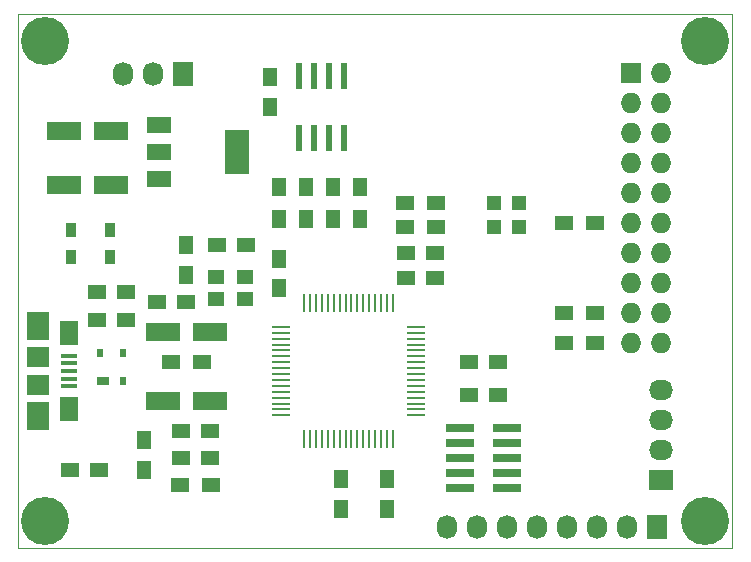
<source format=gbr>
G04 #@! TF.FileFunction,Soldermask,Top*
%FSLAX46Y46*%
G04 Gerber Fmt 4.6, Leading zero omitted, Abs format (unit mm)*
G04 Created by KiCad (PCBNEW (2015-01-17 BZR 5377)-product) date Fri 28 Aug 2015 03:12:13 PM ART*
%MOMM*%
G01*
G04 APERTURE LIST*
%ADD10C,0.100000*%
%ADD11R,1.500000X1.250000*%
%ADD12R,1.250000X1.500000*%
%ADD13R,2.999740X1.501140*%
%ADD14R,0.910000X1.220000*%
%ADD15R,1.198880X1.198880*%
%ADD16R,1.348740X0.398780*%
%ADD17R,1.501140X2.100580*%
%ADD18R,1.899920X2.400300*%
%ADD19R,1.899920X1.800860*%
%ADD20R,1.727200X2.032000*%
%ADD21O,1.727200X2.032000*%
%ADD22R,2.032000X1.727200*%
%ADD23O,2.032000X1.727200*%
%ADD24R,1.727200X1.727200*%
%ADD25O,1.727200X1.727200*%
%ADD26R,2.400000X0.750000*%
%ADD27R,2.400000X0.740000*%
%ADD28R,1.300000X1.500000*%
%ADD29R,1.500000X1.300000*%
%ADD30R,0.599440X2.199640*%
%ADD31R,0.599440X0.701040*%
%ADD32R,1.000760X0.701040*%
%ADD33R,1.501140X0.254000*%
%ADD34R,0.254000X1.501140*%
%ADD35R,2.032000X3.810000*%
%ADD36R,2.032000X1.397000*%
%ADD37R,1.400000X1.200000*%
%ADD38C,4.064000*%
G04 APERTURE END LIST*
D10*
X137414000Y-78486000D02*
X136906000Y-78486000D01*
X137414000Y-123698000D02*
X137414000Y-78486000D01*
X136906000Y-123698000D02*
X137414000Y-123698000D01*
X76962000Y-78486000D02*
X76962000Y-81534000D01*
X136906000Y-78486000D02*
X76962000Y-78486000D01*
X133350000Y-123698000D02*
X136906000Y-123698000D01*
X76962000Y-81534000D02*
X76962000Y-112014000D01*
X76962000Y-123698000D02*
X133350000Y-123698000D01*
X76962000Y-112014000D02*
X76962000Y-123698000D01*
D11*
X93746000Y-98044000D03*
X96246000Y-98044000D03*
D12*
X91186000Y-98064000D03*
X91186000Y-100564000D03*
X98298000Y-83840000D03*
X98298000Y-86340000D03*
D11*
X109748000Y-100838000D03*
X112248000Y-100838000D03*
X91166000Y-102870000D03*
X88666000Y-102870000D03*
D13*
X89187020Y-105410000D03*
X93184980Y-105410000D03*
D11*
X93198000Y-113792000D03*
X90698000Y-113792000D03*
D13*
X89187020Y-111252000D03*
X93184980Y-111252000D03*
D12*
X98996500Y-101707000D03*
X98996500Y-99207000D03*
D11*
X93198000Y-116078000D03*
X90698000Y-116078000D03*
X115082000Y-110744000D03*
X117582000Y-110744000D03*
D12*
X104267000Y-117876000D03*
X104267000Y-120376000D03*
X108204000Y-117876000D03*
X108204000Y-120376000D03*
D11*
X115082000Y-107950000D03*
X117582000Y-107950000D03*
D13*
X80805020Y-92964000D03*
X84802980Y-92964000D03*
D11*
X109748000Y-98679000D03*
X112248000Y-98679000D03*
D13*
X80805020Y-88392000D03*
X84802980Y-88392000D03*
D14*
X81423000Y-96774000D03*
X84693000Y-96774000D03*
X81423000Y-99060000D03*
X84693000Y-99060000D03*
D15*
X117251480Y-96520000D03*
X119349520Y-96520000D03*
X117251480Y-94488000D03*
X119349520Y-94488000D03*
D11*
X81300000Y-117094000D03*
X83800000Y-117094000D03*
X86086000Y-104394000D03*
X83586000Y-104394000D03*
X86086000Y-102044500D03*
X83586000Y-102044500D03*
D12*
X87630000Y-114574000D03*
X87630000Y-117074000D03*
D16*
X81280000Y-108712000D03*
X81280000Y-108061760D03*
X81280000Y-109362240D03*
X81280000Y-107411520D03*
X81280000Y-110012480D03*
D17*
X81280000Y-105511600D03*
X81280000Y-111912400D03*
D18*
X78630780Y-104912160D03*
X78630780Y-112511840D03*
D19*
X78630780Y-107561380D03*
X78630780Y-109862620D03*
D20*
X131064000Y-121920000D03*
D21*
X128524000Y-121920000D03*
X125984000Y-121920000D03*
X123444000Y-121920000D03*
X120904000Y-121920000D03*
X118364000Y-121920000D03*
X115824000Y-121920000D03*
X113284000Y-121920000D03*
D22*
X131381500Y-117919500D03*
D23*
X131381500Y-115379500D03*
X131381500Y-112839500D03*
X131381500Y-110299500D03*
D24*
X128841500Y-83502500D03*
D25*
X131381500Y-83502500D03*
X128841500Y-86042500D03*
X131381500Y-86042500D03*
X128841500Y-88582500D03*
X131381500Y-88582500D03*
X128841500Y-91122500D03*
X131381500Y-91122500D03*
X128841500Y-93662500D03*
X131381500Y-93662500D03*
X128841500Y-96202500D03*
X131381500Y-96202500D03*
X128841500Y-98742500D03*
X131381500Y-98742500D03*
X128841500Y-101282500D03*
X131381500Y-101282500D03*
X128841500Y-103822500D03*
X131381500Y-103822500D03*
X128841500Y-106362500D03*
X131381500Y-106362500D03*
D26*
X118282000Y-118618000D03*
D27*
X114382000Y-118618000D03*
D26*
X118282000Y-117348000D03*
D27*
X114382000Y-117348000D03*
X118282000Y-116078000D03*
X114382000Y-116078000D03*
X118282000Y-114808000D03*
D26*
X114382000Y-114808000D03*
X118282000Y-113538000D03*
D27*
X114382000Y-113538000D03*
D20*
X90932000Y-83566000D03*
D21*
X88392000Y-83566000D03*
X85852000Y-83566000D03*
D28*
X105918000Y-95838000D03*
X105918000Y-93138000D03*
X101346000Y-95838000D03*
X101346000Y-93138000D03*
X103632000Y-93138000D03*
X103632000Y-95838000D03*
X99060000Y-95838000D03*
X99060000Y-93138000D03*
D29*
X89836000Y-107950000D03*
X92536000Y-107950000D03*
X90598000Y-118364000D03*
X93298000Y-118364000D03*
X123110000Y-96202500D03*
X125810000Y-96202500D03*
X123110000Y-103822500D03*
X125810000Y-103822500D03*
X123110000Y-106362500D03*
X125810000Y-106362500D03*
X109648000Y-96520000D03*
X112348000Y-96520000D03*
X109648000Y-94488000D03*
X112348000Y-94488000D03*
D30*
X100711000Y-88958420D03*
X101981000Y-88958420D03*
X103251000Y-88958420D03*
X104521000Y-88958420D03*
X104521000Y-83761580D03*
X103251000Y-83761580D03*
X101981000Y-83761580D03*
X100711000Y-83761580D03*
D31*
X83886040Y-107193080D03*
X85785960Y-107193080D03*
X85785960Y-109593380D03*
D32*
X84086700Y-109593380D03*
D33*
X99151440Y-104965500D03*
X99151440Y-105465880D03*
X99151440Y-105966260D03*
X99151440Y-106466640D03*
X99151440Y-106967020D03*
X99151440Y-107464860D03*
X99151440Y-107965240D03*
X99151440Y-108465620D03*
X99151440Y-108963460D03*
X99151440Y-109463840D03*
X99151440Y-109964220D03*
X99151440Y-110462060D03*
X99151440Y-110962440D03*
X99151440Y-111462820D03*
X99151440Y-111963200D03*
X99151440Y-112463580D03*
D34*
X101150420Y-114462560D03*
X101650800Y-114462560D03*
X102151180Y-114462560D03*
X102651560Y-114462560D03*
X103151940Y-114462560D03*
X103649780Y-114462560D03*
X104150160Y-114462560D03*
X104650540Y-114462560D03*
X105148380Y-114462560D03*
X105648760Y-114462560D03*
X106149140Y-114462560D03*
X106646980Y-114462560D03*
X107147360Y-114462560D03*
X107647740Y-114462560D03*
X108148120Y-114462560D03*
X108648500Y-114462560D03*
D33*
X110647480Y-112463580D03*
X110647480Y-111963200D03*
X110647480Y-111462820D03*
X110647480Y-110962440D03*
X110647480Y-110462060D03*
X110647480Y-109964220D03*
X110647480Y-109463840D03*
X110647480Y-108963460D03*
X110647480Y-108465620D03*
X110647480Y-107965240D03*
X110647480Y-107464860D03*
X110647480Y-106967020D03*
X110647480Y-106466640D03*
X110647480Y-105966260D03*
X110647480Y-105465880D03*
X110647480Y-104965500D03*
D34*
X108648500Y-102966520D03*
X108148120Y-102966520D03*
X107647740Y-102966520D03*
X107147360Y-102966520D03*
X106646980Y-102966520D03*
X106149140Y-102966520D03*
X105648760Y-102966520D03*
X105148380Y-102966520D03*
X104650540Y-102966520D03*
X104150160Y-102966520D03*
X103649780Y-102966520D03*
X103151940Y-102966520D03*
X102651560Y-102966520D03*
X102151180Y-102966520D03*
X101650800Y-102966520D03*
X101150420Y-102966520D03*
D35*
X95504000Y-90170000D03*
D36*
X88900000Y-90170000D03*
X88900000Y-92456000D03*
X88900000Y-87884000D03*
D37*
X93726000Y-102616000D03*
X96126000Y-102616000D03*
X93726000Y-100716000D03*
X96126000Y-100716000D03*
D38*
X79248000Y-121412000D03*
X135128000Y-80772000D03*
X79248000Y-80772000D03*
X135128000Y-121412000D03*
M02*

</source>
